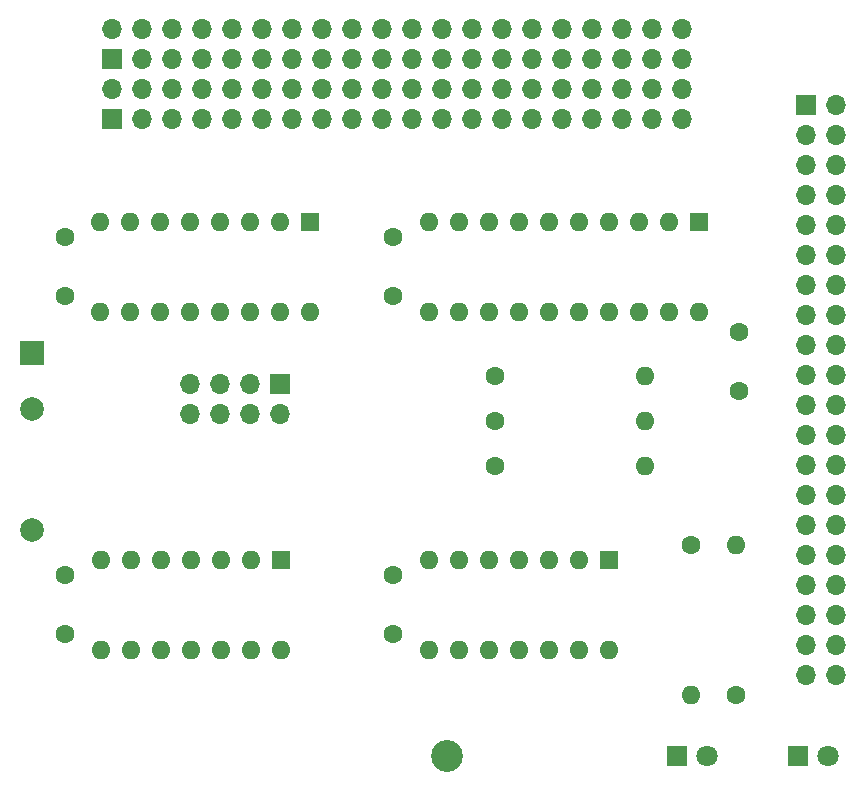
<source format=gbr>
%TF.GenerationSoftware,KiCad,Pcbnew,8.0.3*%
%TF.CreationDate,2024-07-01T23:59:29+01:00*%
%TF.ProjectId,TIMIDE,54494d49-4445-42e6-9b69-6361645f7063,rev?*%
%TF.SameCoordinates,Original*%
%TF.FileFunction,Soldermask,Bot*%
%TF.FilePolarity,Negative*%
%FSLAX46Y46*%
G04 Gerber Fmt 4.6, Leading zero omitted, Abs format (unit mm)*
G04 Created by KiCad (PCBNEW 8.0.3) date 2024-07-01 23:59:29*
%MOMM*%
%LPD*%
G01*
G04 APERTURE LIST*
%ADD10C,1.600000*%
%ADD11R,1.600000X1.600000*%
%ADD12O,1.600000X1.600000*%
%ADD13C,2.700000*%
%ADD14R,1.700000X1.700000*%
%ADD15O,1.700000X1.700000*%
%ADD16R,1.800000X1.800000*%
%ADD17C,1.800000*%
%ADD18R,2.000000X2.000000*%
%ADD19C,2.000000*%
G04 APERTURE END LIST*
D10*
%TO.C,C401*%
X83700000Y-93500000D03*
X83700000Y-88500000D03*
%TD*%
D11*
%TO.C,U401*%
X102020000Y-87200000D03*
D12*
X99480000Y-87200000D03*
X96940000Y-87200000D03*
X94400000Y-87200000D03*
X91860000Y-87200000D03*
X89320000Y-87200000D03*
X86780000Y-87200000D03*
X86780000Y-94820000D03*
X89320000Y-94820000D03*
X91860000Y-94820000D03*
X94400000Y-94820000D03*
X96940000Y-94820000D03*
X99480000Y-94820000D03*
X102020000Y-94820000D03*
%TD*%
D10*
%TO.C,R404*%
X112800000Y-98600000D03*
D12*
X112800000Y-85900000D03*
%TD*%
D10*
%TO.C,C404*%
X83700000Y-64880000D03*
X83700000Y-59880000D03*
%TD*%
D13*
%TO.C,H401*%
X88259100Y-103810900D03*
%TD*%
D14*
%TO.C,P2*%
X59916000Y-49879000D03*
D15*
X59916000Y-47339000D03*
X62456000Y-49879000D03*
X62456000Y-47339000D03*
X64996000Y-49879000D03*
X64996000Y-47339000D03*
X67536000Y-49879000D03*
X67536000Y-47339000D03*
X70076000Y-49879000D03*
X70076000Y-47339000D03*
X72616000Y-49879000D03*
X72616000Y-47339000D03*
X75156000Y-49879000D03*
X75156000Y-47339000D03*
X77696000Y-49879000D03*
X77696000Y-47339000D03*
X80236000Y-49879000D03*
X80236000Y-47339000D03*
X82776000Y-49879000D03*
X82776000Y-47339000D03*
X85316000Y-49879000D03*
X85316000Y-47339000D03*
X87856000Y-49879000D03*
X87856000Y-47339000D03*
X90396000Y-49879000D03*
X90396000Y-47339000D03*
X92936000Y-49879000D03*
X92936000Y-47339000D03*
X95476000Y-49879000D03*
X95476000Y-47339000D03*
X98016000Y-49879000D03*
X98016000Y-47339000D03*
X100556000Y-49879000D03*
X100556000Y-47339000D03*
X103096000Y-49879000D03*
X103096000Y-47339000D03*
X105636000Y-49879000D03*
X105636000Y-47339000D03*
X108176000Y-49879000D03*
X108176000Y-47339000D03*
%TD*%
D11*
%TO.C,U404*%
X109620000Y-58580000D03*
D12*
X107080000Y-58580000D03*
X104540000Y-58580000D03*
X102000000Y-58580000D03*
X99460000Y-58580000D03*
X96920000Y-58580000D03*
X94380000Y-58580000D03*
X91840000Y-58580000D03*
X89300000Y-58580000D03*
X86760000Y-58580000D03*
X86760000Y-66200000D03*
X89300000Y-66200000D03*
X91840000Y-66200000D03*
X94380000Y-66200000D03*
X96920000Y-66200000D03*
X99460000Y-66200000D03*
X102000000Y-66200000D03*
X104540000Y-66200000D03*
X107080000Y-66200000D03*
X109620000Y-66200000D03*
%TD*%
D16*
%TO.C,D402*%
X107800000Y-103800000D03*
D17*
X110340000Y-103800000D03*
%TD*%
D11*
%TO.C,U403*%
X76740000Y-58580000D03*
D12*
X74200000Y-58580000D03*
X71660000Y-58580000D03*
X69120000Y-58580000D03*
X66580000Y-58580000D03*
X64040000Y-58580000D03*
X61500000Y-58580000D03*
X58960000Y-58580000D03*
X58960000Y-66200000D03*
X61500000Y-66200000D03*
X64040000Y-66200000D03*
X66580000Y-66200000D03*
X69120000Y-66200000D03*
X71660000Y-66200000D03*
X74200000Y-66200000D03*
X76740000Y-66200000D03*
%TD*%
D14*
%TO.C,J402*%
X74140000Y-72260000D03*
D15*
X74140000Y-74800000D03*
X71600000Y-72260000D03*
X71600000Y-74800000D03*
X69060000Y-72260000D03*
X69060000Y-74800000D03*
X66520000Y-72260000D03*
X66520000Y-74800000D03*
%TD*%
D14*
%TO.C,J401*%
X118660000Y-48640000D03*
D15*
X121200000Y-48640000D03*
X118660000Y-51180000D03*
X121200000Y-51180000D03*
X118660000Y-53720000D03*
X121200000Y-53720000D03*
X118660000Y-56260000D03*
X121200000Y-56260000D03*
X118660000Y-58800000D03*
X121200000Y-58800000D03*
X118660000Y-61340000D03*
X121200000Y-61340000D03*
X118660000Y-63880000D03*
X121200000Y-63880000D03*
X118660000Y-66420000D03*
X121200000Y-66420000D03*
X118660000Y-68960000D03*
X121200000Y-68960000D03*
X118660000Y-71500000D03*
X121200000Y-71500000D03*
X118660000Y-74040000D03*
X121200000Y-74040000D03*
X118660000Y-76580000D03*
X121200000Y-76580000D03*
X118660000Y-79120000D03*
X121200000Y-79120000D03*
X118660000Y-81660000D03*
X121200000Y-81660000D03*
X118660000Y-84200000D03*
X121200000Y-84200000D03*
X118660000Y-86740000D03*
X121200000Y-86740000D03*
X118660000Y-89280000D03*
X121200000Y-89280000D03*
X118660000Y-91820000D03*
X121200000Y-91820000D03*
X118660000Y-94360000D03*
X121200000Y-94360000D03*
X118660000Y-96900000D03*
X121200000Y-96900000D03*
%TD*%
D10*
%TO.C,C402*%
X55940000Y-93500000D03*
X55940000Y-88500000D03*
%TD*%
D16*
%TO.C,D401*%
X118000000Y-103800000D03*
D17*
X120540000Y-103800000D03*
%TD*%
D18*
%TO.C,C406*%
X53201700Y-69705000D03*
D19*
X53201700Y-74455000D03*
X53201700Y-84695000D03*
%TD*%
D10*
%TO.C,C403*%
X55940000Y-64880000D03*
X55940000Y-59880000D03*
%TD*%
%TO.C,R403*%
X92400000Y-71600000D03*
D12*
X105100000Y-71600000D03*
%TD*%
D11*
%TO.C,U402*%
X74240000Y-87200000D03*
D12*
X71700000Y-87200000D03*
X69160000Y-87200000D03*
X66620000Y-87200000D03*
X64080000Y-87200000D03*
X61540000Y-87200000D03*
X59000000Y-87200000D03*
X59000000Y-94820000D03*
X61540000Y-94820000D03*
X64080000Y-94820000D03*
X66620000Y-94820000D03*
X69160000Y-94820000D03*
X71700000Y-94820000D03*
X74240000Y-94820000D03*
%TD*%
D14*
%TO.C,P1*%
X59910000Y-44790000D03*
D15*
X59910000Y-42250000D03*
X62450000Y-44790000D03*
X62450000Y-42250000D03*
X64990000Y-44790000D03*
X64990000Y-42250000D03*
X67530000Y-44790000D03*
X67530000Y-42250000D03*
X70070000Y-44790000D03*
X70070000Y-42250000D03*
X72610000Y-44790000D03*
X72610000Y-42250000D03*
X75150000Y-44790000D03*
X75150000Y-42250000D03*
X77690000Y-44790000D03*
X77690000Y-42250000D03*
X80230000Y-44790000D03*
X80230000Y-42250000D03*
X82770000Y-44790000D03*
X82770000Y-42250000D03*
X85310000Y-44790000D03*
X85310000Y-42250000D03*
X87850000Y-44790000D03*
X87850000Y-42250000D03*
X90390000Y-44790000D03*
X90390000Y-42250000D03*
X92930000Y-44790000D03*
X92930000Y-42250000D03*
X95470000Y-44790000D03*
X95470000Y-42250000D03*
X98010000Y-44790000D03*
X98010000Y-42250000D03*
X100550000Y-44790000D03*
X100550000Y-42250000D03*
X103090000Y-44790000D03*
X103090000Y-42250000D03*
X105630000Y-44790000D03*
X105630000Y-42250000D03*
X108170000Y-44790000D03*
X108170000Y-42250000D03*
%TD*%
D10*
%TO.C,R401*%
X92400000Y-75400000D03*
D12*
X105100000Y-75400000D03*
%TD*%
D10*
%TO.C,R402*%
X92400000Y-79200000D03*
D12*
X105100000Y-79200000D03*
%TD*%
D10*
%TO.C,R405*%
X109000000Y-85900000D03*
D12*
X109000000Y-98600000D03*
%TD*%
D10*
%TO.C,C405*%
X113000000Y-72900000D03*
X113000000Y-67900000D03*
%TD*%
M02*

</source>
